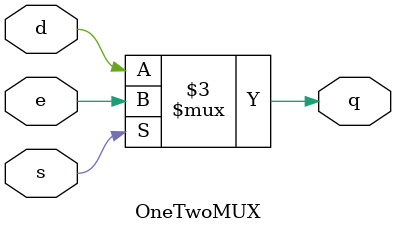
<source format=sv>
module OneTwoMUX (input logic s,
					 input logic d, e,
                output logic q);

always_comb					 
	if(s) q <= e;
	else q <= d;
  
endmodule
</source>
